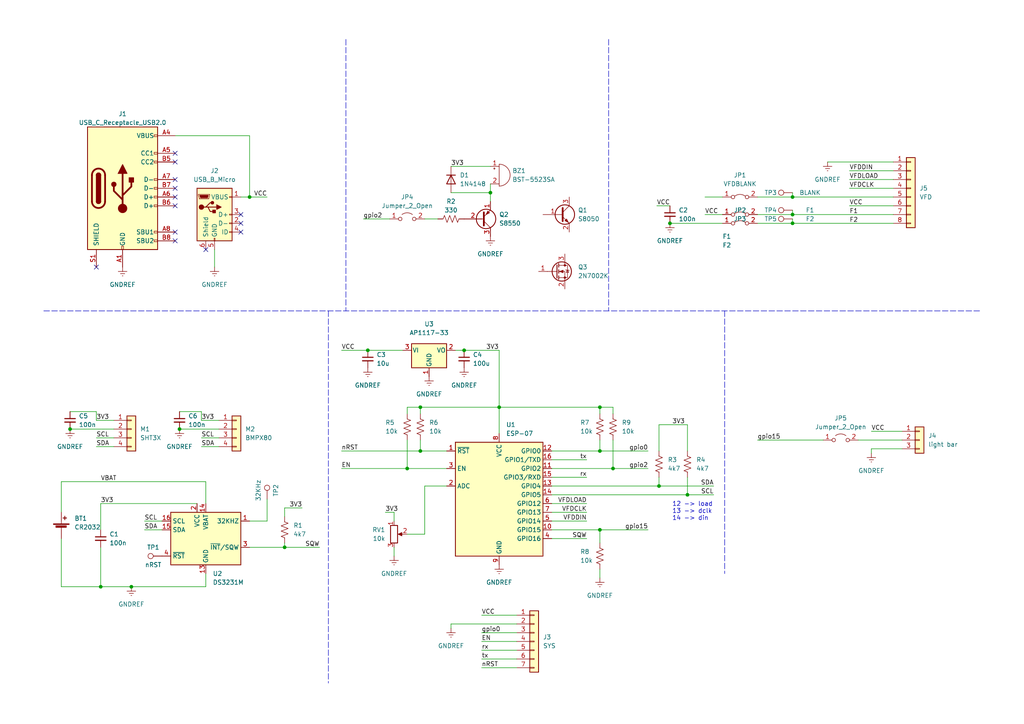
<source format=kicad_sch>
(kicad_sch (version 20211123) (generator eeschema)
  (paper "A4")
  (lib_symbols
    (symbol "Connector:TestPoint" (pin_numbers hide) (pin_names (offset 0.762) hide)
      (property "Reference" "TP" (at 0 6.858 0))
      (property "Value" "TestPoint" (at 0 5.08 0))
      (symbol "TestPoint_0_1"
        (circle (center 0 3.302) (radius 0.762))
      )
      (symbol "TestPoint_1_1"
        (pin passive line (at 0 0 90) (length 2.54) (name "1") (number "1"))
      )
    )
    (symbol "Connector:USB_B_Micro" (pin_names (offset 1.016))
      (property "Reference" "J" (at -5.08 11.43 0))
      (property "Value" "USB_B_Micro" (at -5.08 8.89 0))
      (symbol "USB_B_Micro_0_1"
        (rectangle (start -5.08 -7.62) (end 5.08 7.62) (stroke (width 0.254)) (fill (type background)))
        (circle (center -3.81 2.159) (radius 0.635) (stroke (width 0.254)) (fill (type outline)))
        (circle (center -0.635 3.429) (radius 0.381) (stroke (width 0.254)) (fill (type outline)))
        (rectangle (start -0.127 -7.62) (end 0.127 -6.858))
        (polyline (pts (xy -1.905 2.159) (xy 0.635 2.159)) (stroke (width 0.254)))
        (polyline (pts (xy -3.175 2.159) (xy -2.54 2.159) (xy -1.27 3.429) (xy -0.635 3.429)) (stroke (width 0.254)))
        (polyline (pts (xy -2.54 2.159) (xy -1.905 2.159) (xy -1.27 0.889) (xy 0 0.889)) (stroke (width 0.254)))
        (polyline (pts (xy 0.635 2.794) (xy 0.635 1.524) (xy 1.905 2.159) (xy 0.635 2.794)) (stroke (width 0.254)) (fill (type outline)))
        (polyline (pts (xy -4.318 5.588) (xy -1.778 5.588) (xy -2.032 4.826) (xy -4.064 4.826) (xy -4.318 5.588)) (fill (type outline)))
        (polyline (pts (xy -4.699 5.842) (xy -4.699 5.588) (xy -4.445 4.826) (xy -4.445 4.572) (xy -1.651 4.572) (xy -1.651 4.826) (xy -1.397 5.588) (xy -1.397 5.842) (xy -4.699 5.842)))
        (rectangle (start 0.254 1.27) (end -0.508 0.508) (stroke (width 0.254)) (fill (type outline)))
        (rectangle (start 5.08 -5.207) (end 4.318 -4.953))
        (rectangle (start 5.08 -2.667) (end 4.318 -2.413))
        (rectangle (start 5.08 -0.127) (end 4.318 0.127))
        (rectangle (start 5.08 4.953) (end 4.318 5.207))
      )
      (symbol "USB_B_Micro_1_1"
        (pin power_out line (at 7.62 5.08 180) (length 2.54) (name "VBUS") (number "1"))
        (pin bidirectional line (at 7.62 -2.54 180) (length 2.54) (name "D-") (number "2"))
        (pin bidirectional line (at 7.62 0 180) (length 2.54) (name "D+") (number "3"))
        (pin passive line (at 7.62 -5.08 180) (length 2.54) (name "ID") (number "4"))
        (pin power_out line (at 0 -10.16 90) (length 2.54) (name "GND") (number "5"))
        (pin passive line (at -2.54 -10.16 90) (length 2.54) (name "Shield") (number "6"))
      )
    )
    (symbol "Connector:USB_C_Receptacle_USB2.0" (pin_names (offset 1.016))
      (property "Reference" "J" (at -10.16 19.05 0))
      (property "Value" "USB_C_Receptacle_USB2.0" (at 19.05 19.05 0))
      (symbol "USB_C_Receptacle_USB2.0_0_0"
        (rectangle (start -0.254 -17.78) (end 0.254 -16.764))
        (rectangle (start 10.16 -14.986) (end 9.144 -15.494))
        (rectangle (start 10.16 -12.446) (end 9.144 -12.954))
        (rectangle (start 10.16 -4.826) (end 9.144 -5.334))
        (rectangle (start 10.16 -2.286) (end 9.144 -2.794))
        (rectangle (start 10.16 0.254) (end 9.144 -0.254))
        (rectangle (start 10.16 2.794) (end 9.144 2.286))
        (rectangle (start 10.16 7.874) (end 9.144 7.366))
        (rectangle (start 10.16 10.414) (end 9.144 9.906))
        (rectangle (start 10.16 15.494) (end 9.144 14.986))
      )
      (symbol "USB_C_Receptacle_USB2.0_0_1"
        (rectangle (start -10.16 17.78) (end 10.16 -17.78) (stroke (width 0.254)) (fill (type background)))
        (arc (start -8.89 -3.81) (mid -6.985 -5.715) (end -5.08 -3.81) (stroke (width 0.508)))
        (arc (start -7.62 -3.81) (mid -6.985 -4.445) (end -6.35 -3.81) (stroke (width 0.254)))
        (arc (start -7.62 -3.81) (mid -6.985 -4.445) (end -6.35 -3.81) (stroke (width 0.254)) (fill (type outline)))
        (rectangle (start -7.62 -3.81) (end -6.35 3.81) (stroke (width 0.254)) (fill (type outline)))
        (arc (start -6.35 3.81) (mid -6.985 4.445) (end -7.62 3.81) (stroke (width 0.254)))
        (arc (start -6.35 3.81) (mid -6.985 4.445) (end -7.62 3.81) (stroke (width 0.254)) (fill (type outline)))
        (arc (start -5.08 3.81) (mid -6.985 5.715) (end -8.89 3.81) (stroke (width 0.508)))
        (circle (center -2.54 1.143) (radius 0.635) (stroke (width 0.254)) (fill (type outline)))
        (circle (center 0 -5.842) (radius 1.27) (fill (type outline)))
        (polyline (pts (xy -8.89 -3.81) (xy -8.89 3.81)) (stroke (width 0.508)))
        (polyline (pts (xy -5.08 3.81) (xy -5.08 -3.81)) (stroke (width 0.508)))
        (polyline (pts (xy 0 -5.842) (xy 0 4.318)) (stroke (width 0.508)))
        (polyline (pts (xy 0 -3.302) (xy -2.54 -0.762) (xy -2.54 0.508)) (stroke (width 0.508)))
        (polyline (pts (xy 0 -2.032) (xy 2.54 0.508) (xy 2.54 1.778)) (stroke (width 0.508)))
        (polyline (pts (xy -1.27 4.318) (xy 0 6.858) (xy 1.27 4.318) (xy -1.27 4.318)) (stroke (width 0.254)) (fill (type outline)))
        (rectangle (start 1.905 1.778) (end 3.175 3.048) (stroke (width 0.254)) (fill (type outline)))
      )
      (symbol "USB_C_Receptacle_USB2.0_1_1"
        (pin passive line (at 0 -22.86 90) (length 5.08) (name "GND") (number "A1"))
        (pin passive line (at 0 -22.86 90) (length 5.08) hide (name "GND") (number "A12"))
        (pin passive line (at 15.24 15.24 180) (length 5.08) (name "VBUS") (number "A4"))
        (pin bidirectional line (at 15.24 10.16 180) (length 5.08) (name "CC1") (number "A5"))
        (pin bidirectional line (at 15.24 -2.54 180) (length 5.08) (name "D+") (number "A6"))
        (pin bidirectional line (at 15.24 2.54 180) (length 5.08) (name "D-") (number "A7"))
        (pin bidirectional line (at 15.24 -12.7 180) (length 5.08) (name "SBU1") (number "A8"))
        (pin passive line (at 15.24 15.24 180) (length 5.08) hide (name "VBUS") (number "A9"))
        (pin passive line (at 0 -22.86 90) (length 5.08) hide (name "GND") (number "B1"))
        (pin passive line (at 0 -22.86 90) (length 5.08) hide (name "GND") (number "B12"))
        (pin passive line (at 15.24 15.24 180) (length 5.08) hide (name "VBUS") (number "B4"))
        (pin bidirectional line (at 15.24 7.62 180) (length 5.08) (name "CC2") (number "B5"))
        (pin bidirectional line (at 15.24 -5.08 180) (length 5.08) (name "D+") (number "B6"))
        (pin bidirectional line (at 15.24 0 180) (length 5.08) (name "D-") (number "B7"))
        (pin bidirectional line (at 15.24 -15.24 180) (length 5.08) (name "SBU2") (number "B8"))
        (pin passive line (at 15.24 15.24 180) (length 5.08) hide (name "VBUS") (number "B9"))
        (pin passive line (at -7.62 -22.86 90) (length 5.08) (name "SHIELD") (number "S1"))
      )
    )
    (symbol "Connector_Generic:Conn_01x03" (pin_names (offset 1.016) hide)
      (property "Reference" "J" (at 0 5.08 0))
      (property "Value" "Conn_01x03" (at 0 -5.08 0))
      (symbol "Conn_01x03_1_1"
        (rectangle (start -1.27 -2.413) (end 0 -2.667) (stroke (width 0.1524)))
        (rectangle (start -1.27 0.127) (end 0 -0.127) (stroke (width 0.1524)))
        (rectangle (start -1.27 2.667) (end 0 2.413) (stroke (width 0.1524)))
        (rectangle (start -1.27 3.81) (end 1.27 -3.81) (stroke (width 0.254)) (fill (type background)))
        (pin passive line (at -5.08 2.54 0) (length 3.81) (name "Pin_1") (number "1"))
        (pin passive line (at -5.08 0 0) (length 3.81) (name "Pin_2") (number "2"))
        (pin passive line (at -5.08 -2.54 0) (length 3.81) (name "Pin_3") (number "3"))
      )
    )
    (symbol "Connector_Generic:Conn_01x04" (pin_names (offset 1.016) hide)
      (property "Reference" "J" (at 0 5.08 0))
      (property "Value" "Conn_01x04" (at 0 -7.62 0))
      (symbol "Conn_01x04_1_1"
        (rectangle (start -1.27 -4.953) (end 0 -5.207) (stroke (width 0.1524)))
        (rectangle (start -1.27 -2.413) (end 0 -2.667) (stroke (width 0.1524)))
        (rectangle (start -1.27 0.127) (end 0 -0.127) (stroke (width 0.1524)))
        (rectangle (start -1.27 2.667) (end 0 2.413) (stroke (width 0.1524)))
        (rectangle (start -1.27 3.81) (end 1.27 -6.35) (stroke (width 0.254)) (fill (type background)))
        (pin passive line (at -5.08 2.54 0) (length 3.81) (name "Pin_1") (number "1"))
        (pin passive line (at -5.08 0 0) (length 3.81) (name "Pin_2") (number "2"))
        (pin passive line (at -5.08 -2.54 0) (length 3.81) (name "Pin_3") (number "3"))
        (pin passive line (at -5.08 -5.08 0) (length 3.81) (name "Pin_4") (number "4"))
      )
    )
    (symbol "Connector_Generic:Conn_01x07" (pin_names (offset 1.016) hide)
      (property "Reference" "J" (at 0 10.16 0))
      (property "Value" "Conn_01x07" (at 0 -10.16 0))
      (symbol "Conn_01x07_1_1"
        (rectangle (start -1.27 -7.493) (end 0 -7.747) (stroke (width 0.1524)))
        (rectangle (start -1.27 -4.953) (end 0 -5.207) (stroke (width 0.1524)))
        (rectangle (start -1.27 -2.413) (end 0 -2.667) (stroke (width 0.1524)))
        (rectangle (start -1.27 0.127) (end 0 -0.127) (stroke (width 0.1524)))
        (rectangle (start -1.27 2.667) (end 0 2.413) (stroke (width 0.1524)))
        (rectangle (start -1.27 5.207) (end 0 4.953) (stroke (width 0.1524)))
        (rectangle (start -1.27 7.747) (end 0 7.493) (stroke (width 0.1524)))
        (rectangle (start -1.27 8.89) (end 1.27 -8.89) (stroke (width 0.254)) (fill (type background)))
        (pin passive line (at -5.08 7.62 0) (length 3.81) (name "Pin_1") (number "1"))
        (pin passive line (at -5.08 5.08 0) (length 3.81) (name "Pin_2") (number "2"))
        (pin passive line (at -5.08 2.54 0) (length 3.81) (name "Pin_3") (number "3"))
        (pin passive line (at -5.08 0 0) (length 3.81) (name "Pin_4") (number "4"))
        (pin passive line (at -5.08 -2.54 0) (length 3.81) (name "Pin_5") (number "5"))
        (pin passive line (at -5.08 -5.08 0) (length 3.81) (name "Pin_6") (number "6"))
        (pin passive line (at -5.08 -7.62 0) (length 3.81) (name "Pin_7") (number "7"))
      )
    )
    (symbol "Connector_Generic:Conn_01x08" (pin_names (offset 1.016) hide)
      (property "Reference" "J" (at 0 10.16 0))
      (property "Value" "Conn_01x08" (at 0 -12.7 0))
      (symbol "Conn_01x08_1_1"
        (rectangle (start -1.27 -10.033) (end 0 -10.287) (stroke (width 0.1524)))
        (rectangle (start -1.27 -7.493) (end 0 -7.747) (stroke (width 0.1524)))
        (rectangle (start -1.27 -4.953) (end 0 -5.207) (stroke (width 0.1524)))
        (rectangle (start -1.27 -2.413) (end 0 -2.667) (stroke (width 0.1524)))
        (rectangle (start -1.27 0.127) (end 0 -0.127) (stroke (width 0.1524)))
        (rectangle (start -1.27 2.667) (end 0 2.413) (stroke (width 0.1524)))
        (rectangle (start -1.27 5.207) (end 0 4.953) (stroke (width 0.1524)))
        (rectangle (start -1.27 7.747) (end 0 7.493) (stroke (width 0.1524)))
        (rectangle (start -1.27 8.89) (end 1.27 -11.43) (stroke (width 0.254)) (fill (type background)))
        (pin passive line (at -5.08 7.62 0) (length 3.81) (name "Pin_1") (number "1"))
        (pin passive line (at -5.08 5.08 0) (length 3.81) (name "Pin_2") (number "2"))
        (pin passive line (at -5.08 2.54 0) (length 3.81) (name "Pin_3") (number "3"))
        (pin passive line (at -5.08 0 0) (length 3.81) (name "Pin_4") (number "4"))
        (pin passive line (at -5.08 -2.54 0) (length 3.81) (name "Pin_5") (number "5"))
        (pin passive line (at -5.08 -5.08 0) (length 3.81) (name "Pin_6") (number "6"))
        (pin passive line (at -5.08 -7.62 0) (length 3.81) (name "Pin_7") (number "7"))
        (pin passive line (at -5.08 -10.16 0) (length 3.81) (name "Pin_8") (number "8"))
      )
    )
    (symbol "Device:Battery_Cell" (pin_numbers hide) (pin_names (offset 0) hide)
      (property "Reference" "BT" (at 2.54 2.54 0))
      (property "Value" "Battery_Cell" (at 2.54 0 0))
      (symbol "Battery_Cell_0_1"
        (rectangle (start -2.286 1.778) (end 2.286 1.524) (fill (type outline)))
        (rectangle (start -1.5748 1.1938) (end 1.4732 0.6858) (fill (type outline)))
        (polyline (pts (xy 0 0.762) (xy 0 0)))
        (polyline (pts (xy 0 1.778) (xy 0 2.54)))
        (polyline (pts (xy 0.508 3.429) (xy 1.524 3.429)) (stroke (width 0.254)))
        (polyline (pts (xy 1.016 3.937) (xy 1.016 2.921)) (stroke (width 0.254)))
      )
      (symbol "Battery_Cell_1_1"
        (pin passive line (at 0 5.08 270) (length 2.54) (name "+") (number "1"))
        (pin passive line (at 0 -2.54 90) (length 2.54) (name "-") (number "2"))
      )
    )
    (symbol "Device:Buzzer" (pin_names (offset 0.0254) hide)
      (property "Reference" "BZ1" (at 3.81 1.2701 0))
      (property "Value" "BST-5523SA " (at 3.81 -1.2699 0))
      (symbol "Buzzer_0_1"
        (arc (start 0 -3.175) (mid 3.175 0) (end 0 3.175))
        (polyline (pts (xy -1.651 1.905) (xy -1.143 1.905)))
        (polyline (pts (xy -1.397 2.159) (xy -1.397 1.651)))
        (polyline (pts (xy 0 3.175) (xy 0 -3.175)))
      )
      (symbol "Buzzer_1_1"
        (pin passive line (at -2.54 2.54 0) (length 2.54) (name "-") (number "1"))
        (pin passive line (at -2.54 -2.54 0) (length 2.54) (name "+") (number "2"))
        (pin no_connect line (at -2.54 -5.08 0) (length 2.54) hide (name "3") (number "3"))
      )
    )
    (symbol "Device:C_Small" (pin_numbers hide) (pin_names (offset 0.254) hide)
      (property "Reference" "C" (at 0.254 1.778 0))
      (property "Value" "C_Small" (at 0.254 -2.032 0))
      (symbol "C_Small_0_1"
        (polyline (pts (xy -1.524 -0.508) (xy 1.524 -0.508)) (stroke (width 0.3302)))
        (polyline (pts (xy -1.524 0.508) (xy 1.524 0.508)) (stroke (width 0.3048)))
      )
      (symbol "C_Small_1_1"
        (pin passive line (at 0 2.54 270) (length 2.032) (name "~") (number "1"))
        (pin passive line (at 0 -2.54 90) (length 2.032) (name "~") (number "2"))
      )
    )
    (symbol "Device:R_Potentiometer" (pin_names (offset 1.016) hide)
      (property "Reference" "RV" (at -4.445 0 90))
      (property "Value" "R_Potentiometer" (at -2.54 0 90))
      (symbol "R_Potentiometer_0_1"
        (polyline (pts (xy 2.54 0) (xy 1.524 0)))
        (polyline (pts (xy 1.143 0) (xy 2.286 0.508) (xy 2.286 -0.508) (xy 1.143 0)) (fill (type outline)))
        (rectangle (start 1.016 2.54) (end -1.016 -2.54) (stroke (width 0.254)))
      )
      (symbol "R_Potentiometer_1_1"
        (pin passive line (at 0 3.81 270) (length 1.27) (name "1") (number "1"))
        (pin passive line (at 3.81 0 180) (length 1.27) (name "2") (number "2"))
        (pin passive line (at 0 -3.81 90) (length 1.27) (name "3") (number "3"))
      )
    )
    (symbol "Device:R_US" (pin_numbers hide) (pin_names (offset 0))
      (property "Reference" "R" (at 2.54 0 90))
      (property "Value" "R_US" (at -2.54 0 90))
      (symbol "R_US_0_1"
        (polyline (pts (xy 0 -2.286) (xy 0 -2.54)))
        (polyline (pts (xy 0 2.286) (xy 0 2.54)))
        (polyline (pts (xy 0 -0.762) (xy 1.016 -1.143) (xy 0 -1.524) (xy -1.016 -1.905) (xy 0 -2.286)))
        (polyline (pts (xy 0 0.762) (xy 1.016 0.381) (xy 0 0) (xy -1.016 -0.381) (xy 0 -0.762)))
        (polyline (pts (xy 0 2.286) (xy 1.016 1.905) (xy 0 1.524) (xy -1.016 1.143) (xy 0 0.762)))
      )
      (symbol "R_US_1_1"
        (pin passive line (at 0 3.81 270) (length 1.27) (name "~") (number "1"))
        (pin passive line (at 0 -3.81 90) (length 1.27) (name "~") (number "2"))
      )
    )
    (symbol "Diode:1N4148" (pin_numbers hide) (pin_names (offset 1.016) hide)
      (property "Reference" "D" (at 0 2.54 0))
      (property "Value" "1N4148" (at 0 -2.54 0))
      (symbol "1N4148_0_1"
        (polyline (pts (xy -1.27 1.27) (xy -1.27 -1.27)) (stroke (width 0.254)))
        (polyline (pts (xy 1.27 0) (xy -1.27 0)))
        (polyline (pts (xy 1.27 1.27) (xy 1.27 -1.27) (xy -1.27 0) (xy 1.27 1.27)) (stroke (width 0.254)))
      )
      (symbol "1N4148_1_1"
        (pin passive line (at -3.81 0 0) (length 2.54) (name "K") (number "1"))
        (pin passive line (at 3.81 0 180) (length 2.54) (name "A") (number "2"))
      )
    )
    (symbol "Jumper:Jumper_2_Bridged" (pin_names (offset 0) hide)
      (property "Reference" "JP" (at 0 1.905 0))
      (property "Value" "Jumper_2_Bridged" (at 0 -2.54 0))
      (symbol "Jumper_2_Bridged_0_0"
        (circle (center -2.032 0) (radius 0.508))
        (circle (center 2.032 0) (radius 0.508))
      )
      (symbol "Jumper_2_Bridged_0_1"
        (arc (start 1.524 0.254) (mid 0 0.762) (end -1.524 0.254))
      )
      (symbol "Jumper_2_Bridged_1_1"
        (pin passive line (at -5.08 0 0) (length 2.54) (name "A") (number "1"))
        (pin passive line (at 5.08 0 180) (length 2.54) (name "B") (number "2"))
      )
    )
    (symbol "Jumper:Jumper_2_Open" (pin_names (offset 0) hide)
      (property "Reference" "JP" (at 0 2.794 0))
      (property "Value" "Jumper_2_Open" (at 0 -2.286 0))
      (symbol "Jumper_2_Open_0_0"
        (circle (center -2.032 0) (radius 0.508))
        (circle (center 2.032 0) (radius 0.508))
      )
      (symbol "Jumper_2_Open_0_1"
        (arc (start 1.524 1.27) (mid 0 1.778) (end -1.524 1.27))
      )
      (symbol "Jumper_2_Open_1_1"
        (pin passive line (at -5.08 0 0) (length 2.54) (name "A") (number "1"))
        (pin passive line (at 5.08 0 180) (length 2.54) (name "B") (number "2"))
      )
    )
    (symbol "RF_Module:ESP-07"
      (property "Reference" "U" (at -12.7 19.05 0))
      (property "Value" "ESP-07" (at 12.7 19.05 0))
      (symbol "ESP-07_0_1"
        (rectangle (start -12.7 17.78) (end 12.7 -15.24) (stroke (width 0.254)) (fill (type background)))
      )
      (symbol "ESP-07_1_1"
        (pin input line (at -15.24 15.24 0) (length 2.54) (name "~{RST}") (number "1"))
        (pin bidirectional line (at 15.24 -7.62 180) (length 2.54) (name "GPIO15") (number "10"))
        (pin bidirectional line (at 15.24 10.16 180) (length 2.54) (name "GPIO2") (number "11"))
        (pin bidirectional line (at 15.24 15.24 180) (length 2.54) (name "GPIO0") (number "12"))
        (pin bidirectional line (at 15.24 5.08 180) (length 2.54) (name "GPIO4") (number "13"))
        (pin bidirectional line (at 15.24 2.54 180) (length 2.54) (name "GPIO5") (number "14"))
        (pin bidirectional line (at 15.24 7.62 180) (length 2.54) (name "GPIO3/RXD") (number "15"))
        (pin bidirectional line (at 15.24 12.7 180) (length 2.54) (name "GPIO1/TXD") (number "16"))
        (pin input line (at -15.24 5.08 0) (length 2.54) (name "ADC") (number "2"))
        (pin input line (at -15.24 10.16 0) (length 2.54) (name "EN") (number "3"))
        (pin bidirectional line (at 15.24 -10.16 180) (length 2.54) (name "GPIO16") (number "4"))
        (pin bidirectional line (at 15.24 -5.08 180) (length 2.54) (name "GPIO14") (number "5"))
        (pin bidirectional line (at 15.24 0 180) (length 2.54) (name "GPIO12") (number "6"))
        (pin bidirectional line (at 15.24 -2.54 180) (length 2.54) (name "GPIO13") (number "7"))
        (pin power_in line (at 0 20.32 270) (length 2.54) (name "VCC") (number "8"))
        (pin power_in line (at 0 -17.78 90) (length 2.54) (name "GND") (number "9"))
      )
    )
    (symbol "Regulator_Linear:AP1117-33" (pin_names (offset 0.254))
      (property "Reference" "U" (at -3.81 3.175 0))
      (property "Value" "AP1117-33" (at 0 3.175 0))
      (symbol "AP1117-33_0_1"
        (rectangle (start -5.08 -5.08) (end 5.08 1.905) (stroke (width 0.254)) (fill (type background)))
      )
      (symbol "AP1117-33_1_1"
        (pin power_in line (at 0 -7.62 90) (length 2.54) (name "GND") (number "1"))
        (pin power_out line (at 7.62 0 180) (length 2.54) (name "VO") (number "2"))
        (pin power_in line (at -7.62 0 0) (length 2.54) (name "VI") (number "3"))
      )
    )
    (symbol "Timer_RTC:DS3231M"
      (property "Reference" "U" (at -7.62 8.89 0))
      (property "Value" "DS3231M" (at 10.16 8.89 0))
      (symbol "DS3231M_0_1"
        (rectangle (start -10.16 7.62) (end 10.16 -7.62) (stroke (width 0.254)) (fill (type background)))
      )
      (symbol "DS3231M_1_1"
        (pin open_collector line (at 12.7 5.08 180) (length 2.54) (name "32KHZ") (number "1"))
        (pin passive line (at 0 -10.16 90) (length 2.54) hide (name "GND") (number "10"))
        (pin passive line (at 0 -10.16 90) (length 2.54) hide (name "GND") (number "11"))
        (pin passive line (at 0 -10.16 90) (length 2.54) hide (name "GND") (number "12"))
        (pin power_in line (at 0 -10.16 90) (length 2.54) (name "GND") (number "13"))
        (pin power_in line (at 0 10.16 270) (length 2.54) (name "VBAT") (number "14"))
        (pin bidirectional line (at -12.7 2.54 0) (length 2.54) (name "SDA") (number "15"))
        (pin input line (at -12.7 5.08 0) (length 2.54) (name "SCL") (number "16"))
        (pin power_in line (at -2.54 10.16 270) (length 2.54) (name "VCC") (number "2"))
        (pin open_collector line (at 12.7 -2.54 180) (length 2.54) (name "~{INT}/SQW") (number "3"))
        (pin bidirectional line (at -12.7 -5.08 0) (length 2.54) (name "~{RST}") (number "4"))
        (pin passive line (at 0 -10.16 90) (length 2.54) hide (name "GND") (number "5"))
        (pin passive line (at 0 -10.16 90) (length 2.54) hide (name "GND") (number "6"))
        (pin passive line (at 0 -10.16 90) (length 2.54) hide (name "GND") (number "7"))
        (pin passive line (at 0 -10.16 90) (length 2.54) hide (name "GND") (number "8"))
        (pin passive line (at 0 -10.16 90) (length 2.54) hide (name "GND") (number "9"))
      )
    )
    (symbol "Transistor_BJT:BC817" (pin_names (offset 0) hide)
      (property "Reference" "Q" (at 5.08 1.905 0))
      (property "Value" "BC817" (at 5.08 0 0))
      (symbol "BC817_0_1"
        (polyline (pts (xy 0.635 0.635) (xy 2.54 2.54)))
        (polyline (pts (xy 0.635 -0.635) (xy 2.54 -2.54) (xy 2.54 -2.54)))
        (polyline (pts (xy 0.635 1.905) (xy 0.635 -1.905) (xy 0.635 -1.905)) (stroke (width 0.508)))
        (polyline (pts (xy 1.27 -1.778) (xy 1.778 -1.27) (xy 2.286 -2.286) (xy 1.27 -1.778) (xy 1.27 -1.778)) (fill (type outline)))
        (circle (center 1.27 0) (radius 2.8194) (stroke (width 0.254)))
      )
      (symbol "BC817_1_1"
        (pin input line (at -5.08 0 0) (length 5.715) (name "B") (number "1"))
        (pin passive line (at 2.54 -5.08 90) (length 2.54) (name "E") (number "2"))
        (pin passive line (at 2.54 5.08 270) (length 2.54) (name "C") (number "3"))
      )
    )
    (symbol "Transistor_BJT:S8550" (pin_names (offset 0) hide)
      (property "Reference" "Q" (at 5.08 1.905 0))
      (property "Value" "S8550" (at 5.08 0 0))
      (symbol "S8550_0_1"
        (polyline (pts (xy 0 0) (xy 0.635 0)))
        (polyline (pts (xy 2.54 -2.54) (xy 0.635 -0.635)))
        (polyline (pts (xy 2.54 2.54) (xy 0.635 0.635)))
        (polyline (pts (xy 0.635 1.905) (xy 0.635 -1.905) (xy 0.635 -1.905)) (stroke (width 0.508)) (fill (type outline)))
        (polyline (pts (xy 1.778 -2.286) (xy 2.286 -1.778) (xy 1.27 -1.27) (xy 1.778 -2.286) (xy 1.778 -2.286)) (fill (type outline)))
        (circle (center 1.27 0) (radius 2.8194) (stroke (width 0.254)))
      )
      (symbol "S8550_1_1"
        (pin passive line (at 2.54 -5.08 90) (length 2.54) (name "E") (number "1"))
        (pin input line (at -5.08 0 0) (length 5.08) (name "B") (number "2"))
        (pin passive line (at 2.54 5.08 270) (length 2.54) (name "C") (number "3"))
      )
    )
    (symbol "Transistor_FET:2N7002K" (pin_names hide)
      (property "Reference" "Q" (at 5.08 1.905 0))
      (property "Value" "2N7002K" (at 5.08 0 0))
      (symbol "2N7002K_0_1"
        (polyline (pts (xy 0.254 0) (xy -2.54 0)))
        (polyline (pts (xy 0.254 1.905) (xy 0.254 -1.905)) (stroke (width 0.254)))
        (polyline (pts (xy 0.762 -1.27) (xy 0.762 -2.286)) (stroke (width 0.254)))
        (polyline (pts (xy 0.762 0.508) (xy 0.762 -0.508)) (stroke (width 0.254)))
        (polyline (pts (xy 0.762 2.286) (xy 0.762 1.27)) (stroke (width 0.254)))
        (polyline (pts (xy 2.54 2.54) (xy 2.54 1.778)))
        (polyline (pts (xy 2.54 -2.54) (xy 2.54 0) (xy 0.762 0)))
        (polyline (pts (xy 0.762 -1.778) (xy 3.302 -1.778) (xy 3.302 1.778) (xy 0.762 1.778)))
        (polyline (pts (xy 1.016 0) (xy 2.032 0.381) (xy 2.032 -0.381) (xy 1.016 0)) (fill (type outline)))
        (polyline (pts (xy 2.794 0.508) (xy 2.921 0.381) (xy 3.683 0.381) (xy 3.81 0.254)))
        (polyline (pts (xy 3.302 0.381) (xy 2.921 -0.254) (xy 3.683 -0.254) (xy 3.302 0.381)))
        (circle (center 1.651 0) (radius 2.794) (stroke (width 0.254)))
        (circle (center 2.54 -1.778) (radius 0.254) (fill (type outline)))
        (circle (center 2.54 1.778) (radius 0.254) (fill (type outline)))
      )
      (symbol "2N7002K_1_1"
        (pin input line (at -5.08 0 0) (length 2.54) (name "G") (number "1"))
        (pin passive line (at 2.54 -5.08 90) (length 2.54) (name "S") (number "2"))
        (pin passive line (at 2.54 5.08 270) (length 2.54) (name "D") (number "3"))
      )
    )
    (symbol "power:GNDREF" (power) (pin_names (offset 0))
      (property "Value" "GNDREF" (at 0 -3.81 0))
      (symbol "GNDREF_0_1"
        (polyline (pts (xy -0.635 -1.905) (xy 0.635 -1.905)))
        (polyline (pts (xy -0.127 -2.54) (xy 0.127 -2.54)))
        (polyline (pts (xy 0 -1.27) (xy 0 0)))
        (polyline (pts (xy 1.27 -1.27) (xy -1.27 -1.27)))
      )
      (symbol "GNDREF_1_1"
        (pin power_in line (at 0 0 270) (length 0) hide (name "GNDREF") (number "1"))
      )
    )
  )
  (junction (at 191.135 140.97))
  (junction (at 144.78 118.11))
  (junction (at 134.62 101.6))
  (junction (at 82.55 158.75))
  (junction (at 29.21 170.18))
  (junction (at 173.99 153.67))
  (junction (at 106.68 101.6))
  (junction (at 38.1 170.18))
  (junction (at 52.07 124.46))
  (junction (at 142.24 55.88))
  (junction (at 20.32 124.46))
  (junction (at 72.39 57.15))
  (junction (at 173.99 130.81))
  (junction (at 121.92 118.11))
  (junction (at 229.87 57.15))
  (junction (at 118.11 135.89))
  (junction (at 194.31 64.77))
  (junction (at 177.8 135.89))
  (junction (at 173.99 118.11))
  (junction (at 229.87 64.77))
  (junction (at 199.39 143.51))
  (junction (at 121.92 130.81))
  (junction (at 229.87 62.23))
  (no_connect (at 27.94 77.47))
  (no_connect (at 50.8 57.15))
  (no_connect (at 50.8 59.69))
  (no_connect (at 50.8 67.31))
  (no_connect (at 50.8 69.85))
  (no_connect (at 50.8 44.45))
  (no_connect (at 50.8 46.99))
  (no_connect (at 50.8 52.07))
  (no_connect (at 50.8 54.61))
  (no_connect (at 69.85 67.31))
  (no_connect (at 69.85 64.77))
  (no_connect (at 69.85 62.23))
  (no_connect (at 59.69 72.39))
  (wire (pts (xy 118.11 127.635) (xy 118.11 135.89)))
  (wire (pts (xy 77.47 151.13) (xy 72.39 151.13)))
  (wire (pts (xy 72.39 39.37) (xy 72.39 57.15)))
  (wire (pts (xy 204.47 62.23) (xy 209.55 62.23)))
  (polyline (pts (xy 210.185 90.17) (xy 210.185 166.37)))
  (wire (pts (xy 82.55 157.48) (xy 82.55 158.75)))
  (wire (pts (xy 246.38 54.61) (xy 259.08 54.61)))
  (wire (pts (xy 27.94 129.54) (xy 33.02 129.54)))
  (wire (pts (xy 17.78 156.21) (xy 17.78 170.18)))
  (wire (pts (xy 191.135 130.81) (xy 191.135 123.19)))
  (wire (pts (xy 77.47 144.78) (xy 77.47 151.13)))
  (wire (pts (xy 191.135 140.97) (xy 191.135 138.43)))
  (wire (pts (xy 160.02 140.97) (xy 191.135 140.97)))
  (wire (pts (xy 118.11 120.015) (xy 118.11 118.11)))
  (wire (pts (xy 41.91 151.13) (xy 46.99 151.13)))
  (polyline (pts (xy 176.53 11.43) (xy 176.53 90.17)))
  (wire (pts (xy 121.92 127.635) (xy 121.92 130.81)))
  (wire (pts (xy 105.41 63.5) (xy 113.03 63.5)))
  (wire (pts (xy 29.21 158.75) (xy 29.21 170.18)))
  (polyline (pts (xy 95.25 90.17) (xy 95.25 198.12)))
  (wire (pts (xy 82.55 149.86) (xy 82.55 147.32)))
  (wire (pts (xy 177.8 127.635) (xy 177.8 135.89)))
  (wire (pts (xy 123.19 154.94) (xy 123.19 140.97)))
  (wire (pts (xy 118.11 154.94) (xy 123.19 154.94)))
  (wire (pts (xy 58.42 119.38) (xy 52.07 119.38)))
  (wire (pts (xy 229.87 62.23) (xy 259.08 62.23)))
  (wire (pts (xy 199.39 143.51) (xy 199.39 138.43)))
  (wire (pts (xy 134.62 101.6) (xy 144.78 101.6)))
  (wire (pts (xy 130.81 55.88) (xy 142.24 55.88)))
  (wire (pts (xy 173.99 127.635) (xy 173.99 130.81)))
  (wire (pts (xy 38.1 170.18) (xy 29.21 170.18)))
  (wire (pts (xy 173.99 153.67) (xy 187.96 153.67)))
  (wire (pts (xy 132.08 101.6) (xy 134.62 101.6)))
  (wire (pts (xy 139.7 186.055) (xy 149.86 186.055)))
  (wire (pts (xy 50.8 39.37) (xy 72.39 39.37)))
  (wire (pts (xy 160.02 143.51) (xy 199.39 143.51)))
  (wire (pts (xy 82.55 147.32) (xy 87.63 147.32)))
  (wire (pts (xy 173.99 118.11) (xy 173.99 120.015)))
  (wire (pts (xy 160.02 148.59) (xy 170.18 148.59)))
  (wire (pts (xy 121.92 118.11) (xy 121.92 120.015)))
  (wire (pts (xy 160.02 135.89) (xy 177.8 135.89)))
  (wire (pts (xy 219.71 62.23) (xy 229.87 62.23)))
  (wire (pts (xy 123.19 140.97) (xy 129.54 140.97)))
  (wire (pts (xy 82.55 158.75) (xy 92.71 158.75)))
  (wire (pts (xy 177.8 118.11) (xy 177.8 120.015)))
  (wire (pts (xy 41.91 153.67) (xy 46.99 153.67)))
  (wire (pts (xy 59.69 146.05) (xy 59.69 139.7)))
  (wire (pts (xy 111.76 148.59) (xy 114.3 148.59)))
  (wire (pts (xy 229.87 55.88) (xy 229.87 57.15)))
  (wire (pts (xy 229.87 57.15) (xy 259.08 57.15)))
  (wire (pts (xy 59.69 170.18) (xy 38.1 170.18)))
  (wire (pts (xy 246.38 49.53) (xy 259.08 49.53)))
  (wire (pts (xy 99.06 101.6) (xy 106.68 101.6)))
  (wire (pts (xy 27.94 121.92) (xy 33.02 121.92)))
  (wire (pts (xy 121.92 118.11) (xy 144.78 118.11)))
  (wire (pts (xy 173.99 118.11) (xy 177.8 118.11)))
  (wire (pts (xy 219.71 64.77) (xy 229.87 64.77)))
  (wire (pts (xy 199.39 123.19) (xy 199.39 130.81)))
  (wire (pts (xy 52.07 124.46) (xy 63.5 124.46)))
  (wire (pts (xy 139.7 188.595) (xy 149.86 188.595)))
  (wire (pts (xy 194.31 64.77) (xy 209.55 64.77)))
  (wire (pts (xy 27.94 119.38) (xy 20.32 119.38)))
  (wire (pts (xy 177.8 135.89) (xy 187.96 135.89)))
  (wire (pts (xy 123.19 63.5) (xy 127 63.5)))
  (wire (pts (xy 58.42 127) (xy 63.5 127)))
  (wire (pts (xy 173.99 153.67) (xy 173.99 157.48)))
  (polyline (pts (xy 100.33 11.43) (xy 100.33 90.17)))
  (wire (pts (xy 229.87 63.5) (xy 229.87 64.77)))
  (wire (pts (xy 160.02 130.81) (xy 173.99 130.81)))
  (wire (pts (xy 114.3 158.75) (xy 114.3 161.29)))
  (wire (pts (xy 204.47 57.15) (xy 209.55 57.15)))
  (wire (pts (xy 62.23 77.47) (xy 62.23 72.39)))
  (wire (pts (xy 27.94 121.92) (xy 27.94 119.38)))
  (wire (pts (xy 99.06 135.89) (xy 118.11 135.89)))
  (wire (pts (xy 142.24 53.34) (xy 142.24 55.88)))
  (wire (pts (xy 240.03 46.99) (xy 259.08 46.99)))
  (wire (pts (xy 69.85 57.15) (xy 72.39 57.15)))
  (wire (pts (xy 29.21 146.05) (xy 29.21 153.67)))
  (wire (pts (xy 191.135 123.19) (xy 199.39 123.19)))
  (wire (pts (xy 27.94 127) (xy 33.02 127)))
  (wire (pts (xy 248.92 127.635) (xy 261.62 127.635)))
  (wire (pts (xy 144.78 101.6) (xy 144.78 118.11)))
  (wire (pts (xy 191.135 140.97) (xy 207.01 140.97)))
  (wire (pts (xy 59.69 170.18) (xy 59.69 166.37)))
  (wire (pts (xy 261.62 130.175) (xy 252.73 130.175)))
  (wire (pts (xy 114.3 148.59) (xy 114.3 151.13)))
  (wire (pts (xy 130.81 48.26) (xy 142.24 48.26)))
  (wire (pts (xy 139.7 183.515) (xy 149.86 183.515)))
  (wire (pts (xy 160.02 138.43) (xy 170.18 138.43)))
  (wire (pts (xy 118.11 135.89) (xy 129.54 135.89)))
  (wire (pts (xy 142.24 55.88) (xy 142.24 58.42)))
  (wire (pts (xy 144.78 118.11) (xy 144.78 125.73)))
  (wire (pts (xy 20.32 124.46) (xy 33.02 124.46)))
  (wire (pts (xy 57.15 146.05) (xy 29.21 146.05)))
  (wire (pts (xy 229.87 64.77) (xy 259.08 64.77)))
  (wire (pts (xy 252.73 130.175) (xy 252.73 131.445)))
  (wire (pts (xy 219.71 57.15) (xy 229.87 57.15)))
  (wire (pts (xy 72.39 158.75) (xy 82.55 158.75)))
  (wire (pts (xy 246.38 59.69) (xy 259.08 59.69)))
  (wire (pts (xy 144.78 118.11) (xy 173.99 118.11)))
  (wire (pts (xy 160.02 133.35) (xy 170.18 133.35)))
  (wire (pts (xy 199.39 143.51) (xy 207.01 143.51)))
  (wire (pts (xy 219.71 127.635) (xy 238.76 127.635)))
  (wire (pts (xy 173.99 165.1) (xy 173.99 167.64)))
  (wire (pts (xy 58.42 129.54) (xy 63.5 129.54)))
  (wire (pts (xy 139.7 191.135) (xy 149.86 191.135)))
  (wire (pts (xy 17.78 139.7) (xy 17.78 148.59)))
  (wire (pts (xy 252.73 125.095) (xy 261.62 125.095)))
  (wire (pts (xy 173.99 130.81) (xy 187.96 130.81)))
  (wire (pts (xy 160.02 153.67) (xy 173.99 153.67)))
  (wire (pts (xy 130.81 180.975) (xy 130.81 182.245)))
  (wire (pts (xy 121.92 130.81) (xy 129.54 130.81)))
  (wire (pts (xy 229.87 60.96) (xy 229.87 62.23)))
  (wire (pts (xy 17.78 170.18) (xy 29.21 170.18)))
  (wire (pts (xy 106.68 101.6) (xy 116.84 101.6)))
  (wire (pts (xy 246.38 52.07) (xy 259.08 52.07)))
  (wire (pts (xy 130.81 180.975) (xy 149.86 180.975)))
  (wire (pts (xy 99.06 130.81) (xy 121.92 130.81)))
  (wire (pts (xy 72.39 57.15) (xy 77.47 57.15)))
  (wire (pts (xy 139.7 193.675) (xy 149.86 193.675)))
  (wire (pts (xy 59.69 139.7) (xy 17.78 139.7)))
  (wire (pts (xy 160.02 156.21) (xy 170.18 156.21)))
  (wire (pts (xy 160.02 146.05) (xy 170.18 146.05)))
  (wire (pts (xy 118.11 118.11) (xy 121.92 118.11)))
  (wire (pts (xy 160.02 151.13) (xy 170.18 151.13)))
  (wire (pts (xy 58.42 121.92) (xy 63.5 121.92)))
  (wire (pts (xy 58.42 121.92) (xy 58.42 119.38)))
  (wire (pts (xy 139.7 178.435) (xy 149.86 178.435)))
  (wire (pts (xy 190.5 59.69) (xy 194.31 59.69)))
  (polyline (pts (xy 12.7 90.17) (xy 284.48 90.17)))
  (text "12 -> load\n13 -> dclk\n14 -> din" (at 194.945 151.13 0) (effects (font (size 1.27 1.27)) (justify left bottom)))
  (label "3V3" (at 29.21 146.05 0))
  (label "3V3" (at 130.81 48.26 0))
  (label "gpio2" (at 187.96 135.89 180))
  (label "SCL" (at 58.42 127 0))
  (label "tx" (at 139.7 191.135 0))
  (label "F2" (at 246.38 64.77 0))
  (label "VCC" (at 77.47 57.15 180))
  (label "gpio15" (at 219.71 127.635 0))
  (label "tx" (at 170.18 133.35 180))
  (label "VCC" (at 204.47 62.23 0))
  (label "VFDLOAD" (at 246.38 52.07 0))
  (label "SDA" (at 27.94 129.54 0))
  (label "VFDLOAD" (at 170.18 146.05 180))
  (label "nRST" (at 139.7 193.675 0))
  (label "VCC" (at 246.38 59.69 0))
  (label "VBAT" (at 29.21 139.7 0))
  (label "EN" (at 139.7 186.055 0))
  (label "gpio0" (at 187.96 130.81 180))
  (label "gpio0" (at 139.7 183.515 0))
  (label "SCL" (at 207.01 143.51 180))
  (label "VCC" (at 252.73 125.095 0))
  (label "SCL" (at 41.91 151.13 0))
  (label "SQW" (at 170.18 156.21 180))
  (label "VFDCLK" (at 246.38 54.61 0))
  (label "VFDDIN" (at 170.18 151.13 180))
  (label "VCC" (at 139.7 178.435 0))
  (label "SDA" (at 207.01 140.97 180))
  (label "SDA" (at 58.42 129.54 0))
  (label "VFDDIN" (at 246.38 49.53 0))
  (label "EN" (at 99.06 135.89 0))
  (label "gpio2" (at 105.41 63.5 0))
  (label "SCL" (at 27.94 127 0))
  (label "SDA" (at 41.91 153.67 0))
  (label "3V3" (at 194.945 123.19 0))
  (label "3V3" (at 58.42 121.92 0))
  (label "3V3" (at 27.94 121.92 0))
  (label "nRST" (at 99.06 130.81 0))
  (label "3V3" (at 87.63 147.32 180))
  (label "3V3" (at 111.76 148.59 0))
  (label "gpio15" (at 187.96 153.67 180))
  (label "VCC" (at 99.06 101.6 0))
  (label "VCC" (at 190.5 59.69 0))
  (label "3V3" (at 140.97 101.6 0))
  (label "SQW" (at 92.71 158.75 180))
  (label "VFDCLK" (at 170.18 148.59 180))
  (label "F1" (at 246.38 62.23 0))
  (label "rx" (at 139.7 188.595 0))
  (label "rx" (at 170.18 138.43 180))
  (symbol (lib_id "power:GNDREF") (at 240.03 46.99 0) (unit 1)
    (property "Reference" "#PWR011" (effects hide))
    (property "Value" "GNDREF" (at 240.03 52.07 0))
  )
  (symbol (lib_id "Connector_Generic:Conn_01x04") (at 68.58 124.46 0) (unit 1)
    (property "Reference" "M2" (at 71.12 124.4599 0) (effects (justify left)))
    (property "Value" "BMPX80" (at 71.12 126.9999 0) (effects (justify left)))
    (property "Footprint" "Connector_PinHeader_2.54mm:PinHeader_1x04_P2.54mm_Vertical" (effects hide))
  )
  (symbol (lib_id "Timer_RTC:DS3231M") (at 59.69 156.21 0) (unit 1)
    (property "Reference" "U2" (at 61.7094 166.37 0) (effects (justify left)))
    (property "Value" "DS3231M" (at 61.7094 168.91 0) (effects (justify left)))
    (property "Footprint" "Package_SO:SOIC-16W_7.5x10.3mm_P1.27mm" (effects hide))
    (property "Datasheet" "http://datasheets.maximintegrated.com/en/ds/DS3231.pdf" (effects hide))
  )
  (symbol (lib_id "Jumper:Jumper_2_Bridged") (at 214.63 62.23 0) (unit 1)
    (property "Reference" "JP2" (at 214.63 60.96 0))
    (property "Value" "F1" (at 210.82 68.58 0))
    (property "Footprint" "Jumper:SolderJumper-2_P1.3mm_Bridged_RoundedPad1.0x1.5mm" (effects hide))
  )
  (symbol (lib_id "Diode:1N4148") (at 130.81 52.07 270) (unit 1)
    (property "Reference" "D1" (at 133.35 50.7999 90) (effects (justify left)))
    (property "Value" "1N4148" (at 133.35 53.3399 90) (effects (justify left)))
    (property "Footprint" "Diode_SMD:D_1206_3216Metric_Pad1.42x1.75mm_HandSolder" (effects hide))
    (property "Datasheet" "https://assets.nexperia.com/documents/data-sheet/1N4148_1N4448.pdf" (effects hide))
  )
  (symbol (lib_id "Device:C_Small") (at 134.62 104.14 0) (unit 1)
    (property "Reference" "C4" (at 137.16 102.8762 0) (effects (justify left)))
    (property "Value" "100u" (at 137.16 105.4162 0) (effects (justify left)))
    (property "Footprint" "Capacitor_SMD:C_1206_3216Metric_Pad1.33x1.80mm_HandSolder" (effects hide))
  )
  (symbol (lib_id "Device:R_US") (at 173.99 123.825 0) (unit 1)
    (property "Reference" "R7" (at 168.275 122.555 0) (effects (justify left)))
    (property "Value" "10k" (at 168.275 125.095 0) (effects (justify left)))
    (property "Footprint" "Resistor_SMD:R_0805_2012Metric_Pad1.20x1.40mm_HandSolder" (effects hide))
  )
  (symbol (lib_id "Jumper:Jumper_2_Bridged") (at 214.63 57.15 0) (unit 1)
    (property "Reference" "JP1" (at 214.63 50.8 0))
    (property "Value" "VFDBLANK" (at 214.63 53.34 0))
    (property "Footprint" "Jumper:SolderJumper-2_P1.3mm_Bridged_RoundedPad1.0x1.5mm" (effects hide))
  )
  (symbol (lib_id "Connector_Generic:Conn_01x03") (at 266.7 127.635 0) (unit 1)
    (property "Reference" "J4" (at 269.24 126.3649 0) (effects (justify left)))
    (property "Value" "light bar" (at 269.24 128.9049 0) (effects (justify left)))
    (property "Footprint" "Connector_PinHeader_2.54mm:PinHeader_1x03_P2.54mm_Vertical" (effects hide))
  )
  (symbol (lib_id "RF_Module:ESP-07") (at 144.78 146.05 0) (unit 1)
    (property "Reference" "U1" (at 146.7994 123.19 0) (effects (justify left)))
    (property "Value" "ESP-07" (at 146.7994 125.73 0) (effects (justify left)))
    (property "Footprint" "RF_Module:ESP-07" (effects hide))
    (property "Datasheet" "http://wiki.ai-thinker.com/_media/esp8266/esp8266_series_modules_user_manual_v1.1.pdf" (effects hide))
  )
  (symbol (lib_id "Connector:USB_B_Micro") (at 62.23 62.23 0) (unit 1)
    (property "Reference" "J2" (at 62.23 49.53 0))
    (property "Value" "USB_B_Micro" (at 62.23 52.07 0))
    (property "Footprint" "Connector_USB:USB_Micro-B_GCT_USB3076-30-A" (effects hide))
  )
  (symbol (lib_id "power:GNDREF") (at 106.68 106.68 0) (unit 1)
    (property "Reference" "#PWR012" (effects hide))
    (property "Value" "GNDREF" (at 106.68 111.76 0))
  )
  (symbol (lib_id "Regulator_Linear:AP1117-33") (at 124.46 101.6 0) (unit 1)
    (property "Reference" "U3" (at 124.46 93.98 0))
    (property "Value" "AP1117-33" (at 124.46 96.52 0))
    (property "Footprint" "Package_TO_SOT_SMD:SOT-223-3_TabPin2" (effects hide))
    (property "Datasheet" "http://www.diodes.com/datasheets/AP1117.pdf" (effects hide))
  )
  (symbol (lib_id "power:GNDREF") (at 35.56 77.47 0) (unit 1)
    (property "Reference" "#PWR01" (effects hide))
    (property "Value" "GNDREF" (at 35.56 82.55 0))
  )
  (symbol (lib_id "power:GNDREF") (at 20.32 124.46 0) (unit 1)
    (property "Reference" "#PWR0101" (effects hide))
    (property "Value" "GNDREF" (at 20.32 129.54 0))
  )
  (symbol (lib_id "power:GNDREF") (at 130.81 182.245 0) (unit 1)
    (property "Reference" "#PWR05" (effects hide))
    (property "Value" "GNDREF" (at 130.81 187.325 0))
  )
  (symbol (lib_id "power:GNDREF") (at 52.07 124.46 0) (unit 1)
    (property "Reference" "#PWR0102" (effects hide))
    (property "Value" "GNDREF" (at 52.07 129.54 0))
  )
  (symbol (lib_id "power:GNDREF") (at 142.24 68.58 0) (unit 1)
    (property "Reference" "#PWR07" (effects hide))
    (property "Value" "GNDREF" (at 142.24 73.66 0))
  )
  (symbol (lib_id "power:GNDREF") (at 144.78 163.83 0) (unit 1)
    (property "Reference" "#PWR08" (effects hide))
    (property "Value" "GNDREF" (at 144.78 168.91 0))
  )
  (symbol (lib_id "Jumper:Jumper_2_Open") (at 118.11 63.5 0) (unit 1)
    (property "Reference" "JP4" (at 118.11 57.15 0))
    (property "Value" "Jumper_2_Open" (at 118.11 59.69 0))
    (property "Footprint" "Jumper:SolderJumper-2_P1.3mm_Bridged_RoundedPad1.0x1.5mm" (effects hide))
  )
  (symbol (lib_id "Device:R_US") (at 82.55 153.67 0) (unit 1)
    (property "Reference" "R1" (at 85.09 152.3999 0) (effects (justify left)))
    (property "Value" "4k7" (at 85.09 154.9399 0) (effects (justify left)))
    (property "Footprint" "Resistor_SMD:R_0805_2012Metric_Pad1.20x1.40mm_HandSolder" (effects hide))
  )
  (symbol (lib_id "power:GNDREF") (at 38.1 170.18 0) (unit 1)
    (property "Reference" "#PWR02" (effects hide))
    (property "Value" "GNDREF" (at 38.1 175.26 0))
  )
  (symbol (lib_id "Device:R_US") (at 173.99 161.29 0) (unit 1)
    (property "Reference" "R8" (at 168.275 160.02 0) (effects (justify left)))
    (property "Value" "10k" (at 168.275 162.56 0) (effects (justify left)))
    (property "Footprint" "Resistor_SMD:R_0805_2012Metric_Pad1.20x1.40mm_HandSolder" (effects hide))
  )
  (symbol (lib_id "Device:C_Small") (at 194.31 62.23 0) (unit 1)
    (property "Reference" "C2" (at 196.85 60.9662 0) (effects (justify left)))
    (property "Value" "100n" (at 196.85 63.5062 0) (effects (justify left)))
    (property "Footprint" "Capacitor_SMD:C_0805_2012Metric_Pad1.18x1.45mm_HandSolder" (effects hide))
  )
  (symbol (lib_id "Connector:TestPoint") (at 46.99 161.29 90) (unit 1)
    (property "Reference" "TP1" (at 44.45 158.75 90))
    (property "Value" "nRST" (at 44.45 163.83 90))
    (property "Footprint" "TestPoint:TestPoint_Pad_D1.0mm" (effects hide))
  )
  (symbol (lib_id "Device:R_US") (at 130.81 63.5 90) (unit 1)
    (property "Reference" "R2" (at 130.81 58.42 90))
    (property "Value" "330" (at 130.81 60.96 90))
    (property "Footprint" "Resistor_SMD:R_0805_2012Metric_Pad1.20x1.40mm_HandSolder" (effects hide))
  )
  (symbol (lib_id "power:GNDREF") (at 194.31 64.77 0) (unit 1)
    (property "Reference" "#PWR09" (effects hide))
    (property "Value" "GNDREF" (at 194.31 69.85 0))
  )
  (symbol (lib_id "power:GNDREF") (at 124.46 109.22 0) (unit 1)
    (property "Reference" "#PWR06" (effects hide))
    (property "Value" "GNDREF" (at 124.46 114.3 0))
  )
  (symbol (lib_id "Device:R_US") (at 199.39 134.62 0) (unit 1)
    (property "Reference" "R4" (at 201.93 133.3499 0) (effects (justify left)))
    (property "Value" "4k7" (at 201.93 135.8899 0) (effects (justify left)))
    (property "Footprint" "Resistor_SMD:R_0805_2012Metric_Pad1.20x1.40mm_HandSolder" (effects hide))
  )
  (symbol (lib_id "Connector:TestPoint") (at 77.47 144.78 0) (unit 1)
    (property "Reference" "TP2" (at 80.01 142.24 90))
    (property "Value" "32KHz" (at 74.93 142.24 90))
    (property "Footprint" "TestPoint:TestPoint_Pad_D1.0mm" (effects hide))
  )
  (symbol (lib_id "Device:R_US") (at 121.92 123.825 0) (unit 1)
    (property "Reference" "R6" (at 124.46 122.5549 0) (effects (justify left)))
    (property "Value" "10k" (at 124.46 125.0949 0) (effects (justify left)))
    (property "Footprint" "Resistor_SMD:R_0805_2012Metric_Pad1.20x1.40mm_HandSolder" (effects hide))
  )
  (symbol (lib_id "Device:R_US") (at 118.11 123.825 0) (unit 1)
    (property "Reference" "R5" (at 111.76 122.555 0) (effects (justify left)))
    (property "Value" "10k" (at 111.76 125.095 0) (effects (justify left)))
    (property "Footprint" "Resistor_SMD:R_0805_2012Metric_Pad1.20x1.40mm_HandSolder" (effects hide))
  )
  (symbol (lib_id "Connector_Generic:Conn_01x08") (at 264.16 54.61 0) (unit 1)
    (property "Reference" "J5" (at 266.7 54.6099 0) (effects (justify left)))
    (property "Value" "VFD" (at 266.7 57.1499 0) (effects (justify left)))
    (property "Footprint" "Connector_PinHeader_2.54mm:PinHeader_1x08_P2.54mm_Vertical" (effects hide))
  )
  (symbol (lib_id "power:GNDREF") (at 62.23 77.47 0) (unit 1)
    (property "Reference" "#PWR03" (effects hide))
    (property "Value" "GNDREF" (at 62.23 82.55 0))
  )
  (symbol (lib_id "Device:R_Potentiometer") (at 114.3 154.94 0) (unit 1)
    (property "Reference" "RV1" (at 111.76 153.6699 0) (effects (justify right)))
    (property "Value" "10k" (at 111.76 156.2099 0) (effects (justify right)))
    (property "Footprint" "Potentiometer_THT:Potentiometer_Bourns_PTA2043_Single_Slide" (effects hide))
  )
  (symbol (lib_id "Connector_Generic:Conn_01x04") (at 38.1 124.46 0) (unit 1)
    (property "Reference" "M1" (at 40.64 124.4599 0) (effects (justify left)))
    (property "Value" "SHT3X" (at 40.64 126.9999 0) (effects (justify left)))
    (property "Footprint" "Connector_PinHeader_2.54mm:PinHeader_1x04_P2.54mm_Vertical" (effects hide))
  )
  (symbol (lib_id "Jumper:Jumper_2_Open") (at 243.84 127.635 0) (unit 1)
    (property "Reference" "JP5" (at 243.84 121.285 0))
    (property "Value" "Jumper_2_Open" (at 243.84 123.825 0))
    (property "Footprint" "Jumper:SolderJumper-2_P1.3mm_Bridged_RoundedPad1.0x1.5mm" (effects hide))
  )
  (symbol (lib_id "Transistor_BJT:BC817") (at 162.56 62.23 0) (unit 1)
    (property "Reference" "Q1" (at 167.64 60.9599 0) (effects (justify left)))
    (property "Value" "S8050" (at 167.64 63.4999 0) (effects (justify left)))
    (property "Footprint" "Package_TO_SOT_SMD:SOT-23" (effects hide))
    (property "Datasheet" "https://www.onsemi.com/pub/Collateral/BC818-D.pdf" (effects hide))
  )
  (symbol (lib_id "Device:R_US") (at 177.8 123.825 0) (unit 1)
    (property "Reference" "R9" (at 180.34 122.5549 0) (effects (justify left)))
    (property "Value" "10k" (at 180.34 125.0949 0) (effects (justify left)))
    (property "Footprint" "Resistor_SMD:R_0805_2012Metric_Pad1.20x1.40mm_HandSolder" (effects hide))
  )
  (symbol (lib_id "Transistor_BJT:S8550") (at 139.7 63.5 0) (mirror x) (unit 1)
    (property "Reference" "Q2" (at 144.78 62.2299 0) (effects (justify left)))
    (property "Value" "S8550" (at 144.78 64.7699 0) (effects (justify left)))
    (property "Footprint" "Package_TO_SOT_THT:TO-92_Inline" (effects hide))
    (property "Datasheet" "http://www.unisonic.com.tw/datasheet/S8550.pdf" (effects hide))
  )
  (symbol (lib_id "Connector_Generic:Conn_01x07") (at 154.94 186.055 0) (unit 1)
    (property "Reference" "J3" (at 157.48 184.7849 0) (effects (justify left)))
    (property "Value" "SYS" (at 157.48 187.3249 0) (effects (justify left)))
    (property "Footprint" "Connector_PinHeader_2.54mm:PinHeader_1x07_P2.54mm_Vertical" (effects hide))
  )
  (symbol (lib_id "Transistor_FET:2N7002K") (at 161.29 78.74 0) (unit 1)
    (property "Reference" "Q3" (at 167.64 77.4699 0) (effects (justify left)))
    (property "Value" "2N7002K" (at 167.64 80.0099 0) (effects (justify left)))
    (property "Footprint" "Package_TO_SOT_SMD:SOT-23" (effects hide))
    (property "Datasheet" "https://www.diodes.com/assets/Datasheets/ds30896.pdf" (effects hide))
  )
  (symbol (lib_id "Connector:TestPoint") (at 229.87 60.96 90) (unit 1)
    (property "Reference" "TP4" (at 223.52 60.96 90))
    (property "Value" "F1" (at 234.95 60.96 90))
    (property "Footprint" "TestPoint:TestPoint_Pad_D1.0mm" (effects hide))
  )
  (symbol (lib_id "Connector:TestPoint") (at 229.87 55.88 90) (unit 1)
    (property "Reference" "TP3" (at 223.52 55.88 90))
    (property "Value" "BLANK" (at 234.95 55.88 90))
    (property "Footprint" "TestPoint:TestPoint_Pad_D1.0mm" (effects hide))
  )
  (symbol (lib_id "Device:C_Small") (at 52.07 121.92 0) (unit 1)
    (property "Reference" "C6" (at 54.61 120.6562 0) (effects (justify left)))
    (property "Value" "100n" (at 54.61 123.1962 0) (effects (justify left)))
    (property "Footprint" "Capacitor_SMD:C_0805_2012Metric_Pad1.18x1.45mm_HandSolder" (effects hide))
  )
  (symbol (lib_id "Device:C_Small") (at 20.32 121.92 0) (unit 1)
    (property "Reference" "C5" (at 22.86 120.6562 0) (effects (justify left)))
    (property "Value" "100n" (at 22.86 123.1962 0) (effects (justify left)))
    (property "Footprint" "Capacitor_SMD:C_0805_2012Metric_Pad1.18x1.45mm_HandSolder" (effects hide))
  )
  (symbol (lib_id "Connector:USB_C_Receptacle_USB2.0") (at 35.56 54.61 0) (unit 1)
    (property "Reference" "J1" (at 35.56 33.02 0))
    (property "Value" "USB_C_Receptacle_USB2.0" (at 35.56 35.56 0))
    (property "Footprint" "Connector_USB:USB_C_Receptacle_Palconn_UTC16-G" (effects hide))
    (property "Datasheet" "https://www.usb.org/sites/default/files/documents/usb_type-c.zip" (effects hide))
  )
  (symbol (lib_id "Connector:TestPoint") (at 229.87 63.5 90) (unit 1)
    (property "Reference" "TP5" (at 223.52 63.5 90))
    (property "Value" "F2" (at 234.95 63.5 90))
    (property "Footprint" "TestPoint:TestPoint_Pad_D1.0mm" (effects hide))
  )
  (symbol (lib_id "power:GNDREF") (at 252.73 131.445 0) (unit 1)
    (property "Reference" "#PWR010" (effects hide))
    (property "Value" "GNDREF" (at 252.73 136.525 0))
  )
  (symbol (lib_id "Device:Battery_Cell") (at 17.78 153.67 0) (unit 1)
    (property "Reference" "BT1" (at 21.59 150.3679 0) (effects (justify left)))
    (property "Value" "CR2032" (at 21.59 152.9079 0) (effects (justify left)))
    (property "Footprint" "Battery:BatteryHolder_Keystone_3002_1x2032" (effects hide))
  )
  (symbol (lib_id "power:GNDREF") (at 173.99 167.64 0) (unit 1)
    (property "Reference" "#PWR014" (effects hide))
    (property "Value" "GNDREF" (at 173.99 172.72 0))
  )
  (symbol (lib_id "power:GNDREF") (at 114.3 161.29 0) (unit 1)
    (property "Reference" "#PWR04" (effects hide))
    (property "Value" "GNDREF" (at 114.3 166.37 0))
  )
  (symbol (lib_id "Device:C_Small") (at 106.68 104.14 0) (unit 1)
    (property "Reference" "C3" (at 109.22 102.8762 0) (effects (justify left)))
    (property "Value" "10u" (at 109.22 105.4162 0) (effects (justify left)))
    (property "Footprint" "Capacitor_SMD:C_1206_3216Metric_Pad1.33x1.80mm_HandSolder" (effects hide))
  )
  (symbol (lib_id "Device:R_US") (at 191.135 134.62 0) (unit 1)
    (property "Reference" "R3" (at 193.675 133.3499 0) (effects (justify left)))
    (property "Value" "4k7" (at 193.675 135.8899 0) (effects (justify left)))
    (property "Footprint" "Resistor_SMD:R_0805_2012Metric_Pad1.20x1.40mm_HandSolder" (effects hide))
  )
  (symbol (lib_id "Device:Buzzer") (at 144.78 50.8 0) (unit 1)
    (property "Reference" "BZ1" (at 148.59 49.5299 0) (effects (justify left)))
    (property "Value" "BST-5523SA " (at 148.59 52.0699 0) (effects (justify left)))
    (property "Footprint" "Buzzer_Beeper:BST-5523SA" (effects hide))
    (property "Datasheet" "https://www.novitronic.ch/fm/2/BST-5523SA.pdf" (effects hide))
  )
  (symbol (lib_id "Jumper:Jumper_2_Bridged") (at 214.63 64.77 0) (unit 1)
    (property "Reference" "JP3" (at 214.63 63.5 0))
    (property "Value" "F2" (at 210.82 71.12 0))
    (property "Footprint" "Jumper:SolderJumper-2_P1.3mm_Bridged_RoundedPad1.0x1.5mm" (effects hide))
  )
  (symbol (lib_id "Device:C_Small") (at 29.21 156.21 0) (unit 1)
    (property "Reference" "C1" (at 31.75 154.9462 0) (effects (justify left)))
    (property "Value" "100n" (at 31.75 157.4862 0) (effects (justify left)))
    (property "Footprint" "Capacitor_SMD:C_0805_2012Metric_Pad1.18x1.45mm_HandSolder" (effects hide))
  )
  (symbol (lib_id "power:GNDREF") (at 134.62 106.68 0) (unit 1)
    (property "Reference" "#PWR013" (effects hide))
    (property "Value" "GNDREF" (at 134.62 111.76 0))
  )
)
</source>
